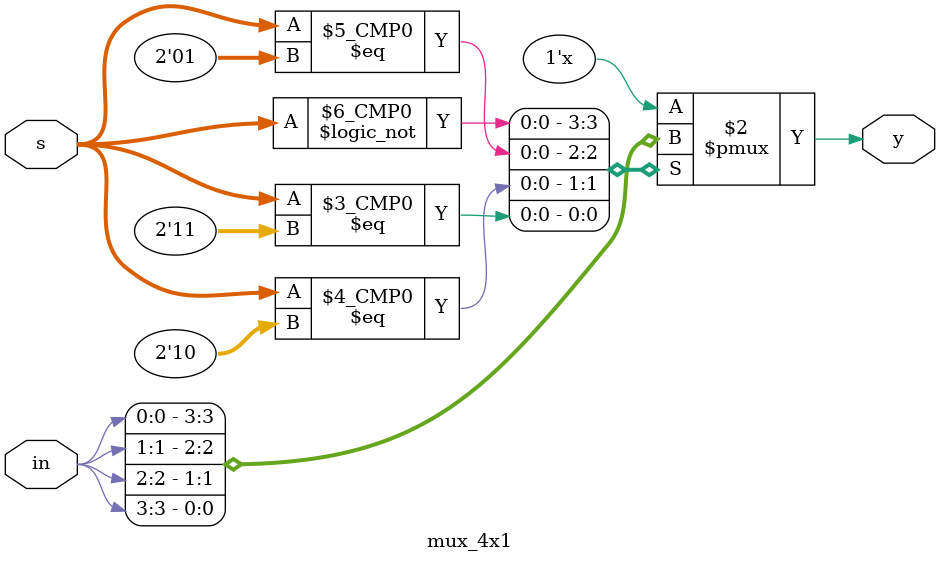
<source format=v>
`timescale 1ns / 1ps

module mux_4x1(
    input [3:0] in,
    input [1:0] s,
    output reg y
    );
    always@(*)
    case(s)
    2'b00: y<=in[0];
    2'b01: y<=in[1];
    2'b10: y<=in[2];
    2'b11: y<=in[3];
    default: y<= 0;
    endcase
endmodule

</source>
